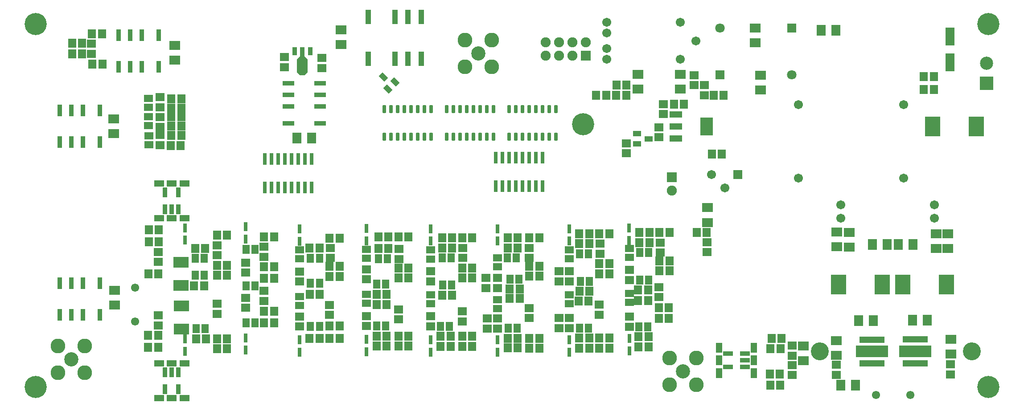
<source format=gts>
G04*
G04 #@! TF.GenerationSoftware,Altium Limited,Altium Designer,19.1.8 (144)*
G04*
G04 Layer_Color=8388736*
%FSLAX25Y25*%
%MOIN*%
G70*
G01*
G75*
%ADD17R,0.11430X0.07887*%
%ADD18R,0.07296X0.03792*%
%ADD19R,0.04737X0.07296*%
%ADD20R,0.03792X0.07296*%
%ADD21R,0.07296X0.04737*%
%ADD22R,0.04343X0.10642*%
G04:AMPARAMS|DCode=23|XSize=82.8mil|YSize=137.92mil|CornerRadius=0mil|HoleSize=0mil|Usage=FLASHONLY|Rotation=180.000|XOffset=0mil|YOffset=0mil|HoleType=Round|Shape=Octagon|*
%AMOCTAGOND23*
4,1,8,0.02070,-0.06896,-0.02070,-0.06896,-0.04140,-0.04826,-0.04140,0.04826,-0.02070,0.06896,0.02070,0.06896,0.04140,0.04826,0.04140,-0.04826,0.02070,-0.06896,0.0*
%
%ADD23OCTAGOND23*%

%ADD24R,0.03556X0.07887*%
%ADD25R,0.03556X0.06115*%
%ADD26R,0.07887X0.07099*%
%ADD27R,0.05524X0.06509*%
%ADD28R,0.07099X0.13202*%
%ADD29R,0.02965X0.06509*%
%ADD30R,0.24422X0.08674*%
%ADD31R,0.18910X0.04737*%
%ADD32R,0.07099X0.07887*%
%ADD33R,0.11430X0.14973*%
%ADD34R,0.05918X0.06706*%
G04:AMPARAMS|DCode=35|XSize=29.65mil|YSize=57.21mil|CornerRadius=5.95mil|HoleSize=0mil|Usage=FLASHONLY|Rotation=180.000|XOffset=0mil|YOffset=0mil|HoleType=Round|Shape=RoundedRectangle|*
%AMROUNDEDRECTD35*
21,1,0.02965,0.04532,0,0,180.0*
21,1,0.01776,0.05721,0,0,180.0*
1,1,0.01190,-0.00888,0.02266*
1,1,0.01190,0.00888,0.02266*
1,1,0.01190,0.00888,-0.02266*
1,1,0.01190,-0.00888,-0.02266*
%
%ADD35ROUNDEDRECTD35*%
%ADD36R,0.03162X0.08674*%
%ADD37R,0.09265X0.04540*%
%ADD38R,0.09265X0.13595*%
G04:AMPARAMS|DCode=39|XSize=41.47mil|YSize=59.18mil|CornerRadius=0mil|HoleSize=0mil|Usage=FLASHONLY|Rotation=45.000|XOffset=0mil|YOffset=0mil|HoleType=Round|Shape=Rectangle|*
%AMROTATEDRECTD39*
4,1,4,0.00626,-0.03558,-0.03558,0.00626,-0.00626,0.03558,0.03558,-0.00626,0.00626,-0.03558,0.0*
%
%ADD39ROTATEDRECTD39*%

%ADD40R,0.05918X0.04147*%
%ADD41R,0.03556X0.08674*%
%ADD42R,0.08674X0.03556*%
%ADD43R,0.06706X0.05918*%
%ADD44R,0.06509X0.05524*%
%ADD45C,0.06706*%
%ADD46C,0.11036*%
%ADD47C,0.10642*%
%ADD48C,0.06115*%
%ADD49R,0.09855X0.09855*%
%ADD50C,0.09855*%
%ADD51R,0.07493X0.07493*%
%ADD52C,0.07493*%
%ADD53R,0.06706X0.06706*%
%ADD54C,0.07099*%
%ADD55R,0.07099X0.07099*%
%ADD56R,0.07493X0.07493*%
%ADD57C,0.13398*%
%ADD58C,0.16548*%
D17*
X120500Y-211161D02*
D03*
Y-193839D02*
D03*
X121000Y-243823D02*
D03*
Y-226500D02*
D03*
D18*
X542191Y-262381D02*
D03*
X529671D02*
D03*
Y-272381D02*
D03*
X542191D02*
D03*
Y-267381D02*
D03*
D19*
X522939Y-276830D02*
D03*
Y-267381D02*
D03*
Y-257932D02*
D03*
X548923D02*
D03*
Y-267381D02*
D03*
Y-276830D02*
D03*
D20*
X108750Y-276363D02*
D03*
Y-288883D02*
D03*
X118750D02*
D03*
Y-276363D02*
D03*
X113750D02*
D03*
Y-154197D02*
D03*
X108750D02*
D03*
Y-141677D02*
D03*
X118750D02*
D03*
Y-154197D02*
D03*
D21*
X123199Y-295615D02*
D03*
X113750D02*
D03*
X104301D02*
D03*
Y-269631D02*
D03*
X113750D02*
D03*
X123199D02*
D03*
X104301Y-160929D02*
D03*
X113750D02*
D03*
X123199D02*
D03*
Y-134945D02*
D03*
X113750D02*
D03*
X104301D02*
D03*
D22*
X260765Y-41787D02*
D03*
X280765D02*
D03*
X290253D02*
D03*
X300253D02*
D03*
Y-10291D02*
D03*
X290253D02*
D03*
X280765D02*
D03*
X260765D02*
D03*
D23*
X211405Y-46925D02*
D03*
D24*
X211405Y-36886D02*
D03*
D25*
X217311Y-36000D02*
D03*
X205500D02*
D03*
D26*
X514140Y-164166D02*
D03*
Y-153143D02*
D03*
X70247Y-86565D02*
D03*
Y-97588D02*
D03*
X696324Y-262762D02*
D03*
Y-251738D02*
D03*
X462408Y-64273D02*
D03*
Y-53250D02*
D03*
X549957Y-18728D02*
D03*
Y-29752D02*
D03*
X586000Y-267512D02*
D03*
Y-256488D02*
D03*
X610500Y-252488D02*
D03*
Y-263512D02*
D03*
X70937Y-226046D02*
D03*
Y-215023D02*
D03*
X693926Y-172554D02*
D03*
Y-183578D02*
D03*
X554095Y-53978D02*
D03*
Y-65002D02*
D03*
X611099Y-171442D02*
D03*
Y-182466D02*
D03*
X493907Y-53454D02*
D03*
Y-64478D02*
D03*
X115830Y-42675D02*
D03*
Y-31651D02*
D03*
X685463Y-172491D02*
D03*
Y-183514D02*
D03*
X620208Y-171684D02*
D03*
Y-182708D02*
D03*
X240252Y-20012D02*
D03*
Y-31036D02*
D03*
D27*
X470276Y-186662D02*
D03*
X463584D02*
D03*
X364719Y-190670D02*
D03*
X371411D02*
D03*
X316000Y-190689D02*
D03*
X322693D02*
D03*
X217451Y-190831D02*
D03*
X224144D02*
D03*
X131358Y-203750D02*
D03*
X138051D02*
D03*
X131432Y-191050D02*
D03*
X138125D02*
D03*
X463584Y-207287D02*
D03*
X470276D02*
D03*
X462959Y-242287D02*
D03*
X469652D02*
D03*
X366492Y-206760D02*
D03*
X373185D02*
D03*
X316364Y-211009D02*
D03*
X323057D02*
D03*
X365242Y-243330D02*
D03*
X371935D02*
D03*
X314591Y-241939D02*
D03*
X321284D02*
D03*
X217451Y-209581D02*
D03*
X224144D02*
D03*
X217451Y-242081D02*
D03*
X224144D02*
D03*
X132057Y-243750D02*
D03*
X138750D02*
D03*
X418576Y-187565D02*
D03*
X425269D02*
D03*
X268151Y-191264D02*
D03*
X274844D02*
D03*
X419201Y-208190D02*
D03*
X425894D02*
D03*
X418576Y-243190D02*
D03*
X425269D02*
D03*
X266821Y-210258D02*
D03*
X273514D02*
D03*
X266821Y-241711D02*
D03*
X273514D02*
D03*
X169194Y-184239D02*
D03*
X175887D02*
D03*
X169194Y-211739D02*
D03*
X175887D02*
D03*
X169194Y-239239D02*
D03*
X175887D02*
D03*
D28*
X695752Y-44162D02*
D03*
Y-24870D02*
D03*
D29*
X410894Y-178142D02*
D03*
Y-168891D02*
D03*
X123750Y-260551D02*
D03*
Y-251299D02*
D03*
Y-168200D02*
D03*
Y-177452D02*
D03*
X455902Y-260338D02*
D03*
Y-251086D02*
D03*
X455500Y-168374D02*
D03*
Y-177626D02*
D03*
X410894Y-261241D02*
D03*
Y-251989D02*
D03*
X357298Y-261221D02*
D03*
Y-251969D02*
D03*
Y-168870D02*
D03*
Y-178122D02*
D03*
X307170Y-261241D02*
D03*
Y-251989D02*
D03*
Y-168890D02*
D03*
Y-178142D02*
D03*
X259401Y-261013D02*
D03*
Y-251761D02*
D03*
Y-168662D02*
D03*
Y-177914D02*
D03*
X209144Y-261382D02*
D03*
Y-252130D02*
D03*
Y-169032D02*
D03*
Y-178284D02*
D03*
X169012Y-259790D02*
D03*
Y-250539D02*
D03*
Y-167440D02*
D03*
Y-176692D02*
D03*
D30*
X637211Y-260798D02*
D03*
X669592Y-260641D02*
D03*
D31*
X637211Y-269657D02*
D03*
Y-251940D02*
D03*
X669592Y-251783D02*
D03*
Y-269500D02*
D03*
D32*
X613988Y-286000D02*
D03*
X625012D02*
D03*
X627189Y-237681D02*
D03*
X638213D02*
D03*
X637551Y-180753D02*
D03*
X648574D02*
D03*
X667685Y-237187D02*
D03*
X678709D02*
D03*
X599184Y-20264D02*
D03*
X610207D02*
D03*
X207167Y-100815D02*
D03*
X218191D02*
D03*
X668074Y-180699D02*
D03*
X657050D02*
D03*
D33*
X612450Y-210613D02*
D03*
X645127D02*
D03*
X682616Y-92444D02*
D03*
X715293D02*
D03*
X693104Y-210594D02*
D03*
X660427D02*
D03*
D34*
X496740Y-75500D02*
D03*
X489260D02*
D03*
X147520Y-196250D02*
D03*
X155000D02*
D03*
X266971Y-225500D02*
D03*
X274452D02*
D03*
X513740Y-171500D02*
D03*
X506260D02*
D03*
X46712Y-38072D02*
D03*
X39232D02*
D03*
X46672Y-29978D02*
D03*
X39191D02*
D03*
X147520Y-173750D02*
D03*
X155000D02*
D03*
X268170Y-183587D02*
D03*
X275651D02*
D03*
X266971Y-218000D02*
D03*
X274452D02*
D03*
X266920Y-249211D02*
D03*
X274401D02*
D03*
X283171Y-174836D02*
D03*
X290651D02*
D03*
X182782Y-174864D02*
D03*
X190262D02*
D03*
X526469Y-68987D02*
D03*
X518989D02*
D03*
X524974Y-112890D02*
D03*
X517494D02*
D03*
X433414Y-172565D02*
D03*
X440894D02*
D03*
X463421Y-171662D02*
D03*
X470902D02*
D03*
X462796Y-257287D02*
D03*
X470276D02*
D03*
X462471Y-222500D02*
D03*
X469952D02*
D03*
X462796Y-249787D02*
D03*
X470276D02*
D03*
X477974Y-227975D02*
D03*
X485454D02*
D03*
X478421Y-192912D02*
D03*
X485902D02*
D03*
X418414Y-250690D02*
D03*
X425894D02*
D03*
X433414D02*
D03*
X440894D02*
D03*
X433414Y-258190D02*
D03*
X440894D02*
D03*
X433414Y-195065D02*
D03*
X440894D02*
D03*
X364818Y-257966D02*
D03*
X372298D02*
D03*
X366471Y-221000D02*
D03*
X373952D02*
D03*
X364818Y-250830D02*
D03*
X372298D02*
D03*
X314689Y-256939D02*
D03*
X322170D02*
D03*
X315920Y-218509D02*
D03*
X323400D02*
D03*
X330939Y-256939D02*
D03*
X338420D02*
D03*
X330939Y-198189D02*
D03*
X338420D02*
D03*
X283171Y-256711D02*
D03*
X290651D02*
D03*
X283171Y-198223D02*
D03*
X290651D02*
D03*
X216663Y-250831D02*
D03*
X224144D02*
D03*
X216971Y-218000D02*
D03*
X224452D02*
D03*
X182782Y-230489D02*
D03*
X190262D02*
D03*
X182782Y-197364D02*
D03*
X190262D02*
D03*
X112971Y-106500D02*
D03*
X120452D02*
D03*
X113471Y-78500D02*
D03*
X120952D02*
D03*
X113471Y-71500D02*
D03*
X120952D02*
D03*
X104029Y-169500D02*
D03*
X96548D02*
D03*
X103529Y-257500D02*
D03*
X96048D02*
D03*
X131895Y-251250D02*
D03*
X139375D02*
D03*
X683529Y-55000D02*
D03*
X676048D02*
D03*
X683529Y-64500D02*
D03*
X676048D02*
D03*
X438491Y-68901D02*
D03*
X431010D02*
D03*
X478421Y-171662D02*
D03*
X485902D02*
D03*
X463421Y-179162D02*
D03*
X470902D02*
D03*
X418414Y-180065D02*
D03*
X425894D02*
D03*
X462471Y-214500D02*
D03*
X469952D02*
D03*
X478421Y-200412D02*
D03*
X485902D02*
D03*
X418520Y-215500D02*
D03*
X426000D02*
D03*
X433414Y-202565D02*
D03*
X440894D02*
D03*
X477885Y-235830D02*
D03*
X485365D02*
D03*
X364818Y-175670D02*
D03*
X372298D02*
D03*
X364818Y-183170D02*
D03*
X372298D02*
D03*
X315939Y-175689D02*
D03*
X323420D02*
D03*
X315939Y-183189D02*
D03*
X323420D02*
D03*
X366471Y-214000D02*
D03*
X373952D02*
D03*
X330939Y-205689D02*
D03*
X338420D02*
D03*
X283171Y-205723D02*
D03*
X290651D02*
D03*
X314689Y-249439D02*
D03*
X322170D02*
D03*
X330939D02*
D03*
X338420D02*
D03*
X283171Y-249211D02*
D03*
X290651D02*
D03*
X216663Y-183331D02*
D03*
X224144D02*
D03*
X182782Y-206114D02*
D03*
X190262D02*
D03*
X182782Y-239239D02*
D03*
X190262D02*
D03*
X113471Y-92000D02*
D03*
X120952D02*
D03*
X113471Y-99000D02*
D03*
X120952D02*
D03*
X113471Y-85000D02*
D03*
X120952D02*
D03*
X104029Y-178500D02*
D03*
X96548D02*
D03*
X131270Y-183550D02*
D03*
X138750D02*
D03*
X103731Y-202500D02*
D03*
X96250D02*
D03*
X130471Y-211500D02*
D03*
X137952D02*
D03*
X103529Y-248500D02*
D03*
X96048D02*
D03*
X268170Y-174836D02*
D03*
X275651D02*
D03*
X568678Y-286021D02*
D03*
X561198D02*
D03*
X569679Y-250878D02*
D03*
X562199D02*
D03*
X561471Y-258500D02*
D03*
X568952D02*
D03*
X446048Y-69063D02*
D03*
X453528D02*
D03*
X418414Y-172565D02*
D03*
X425894D02*
D03*
X418414Y-258190D02*
D03*
X425894D02*
D03*
X417971Y-223000D02*
D03*
X425452D02*
D03*
X381068Y-250830D02*
D03*
X388548D02*
D03*
X381068Y-258330D02*
D03*
X388548D02*
D03*
X381068Y-196920D02*
D03*
X388548D02*
D03*
X266920Y-256711D02*
D03*
X274401D02*
D03*
X231663Y-250831D02*
D03*
X239144D02*
D03*
X231663Y-197081D02*
D03*
X239144D02*
D03*
X147520Y-258750D02*
D03*
X155000D02*
D03*
X147520Y-251250D02*
D03*
X155000D02*
D03*
X61865Y-45529D02*
D03*
X54385D02*
D03*
X54042Y-22920D02*
D03*
X61523D02*
D03*
X560971Y-277500D02*
D03*
X568452D02*
D03*
X453686Y-61154D02*
D03*
X446206D02*
D03*
X381068Y-175670D02*
D03*
X388548D02*
D03*
X381068Y-204420D02*
D03*
X388548D02*
D03*
X330940Y-175689D02*
D03*
X338420D02*
D03*
X231663Y-175831D02*
D03*
X239144D02*
D03*
X231663Y-204581D02*
D03*
X239144D02*
D03*
X231663Y-241717D02*
D03*
X239144D02*
D03*
X147520Y-203750D02*
D03*
X155000D02*
D03*
D35*
X365815Y-100071D02*
D03*
X370815D02*
D03*
X375815D02*
D03*
X380815D02*
D03*
X385815D02*
D03*
X390815D02*
D03*
X395815D02*
D03*
X400815D02*
D03*
X365815Y-79402D02*
D03*
X370815D02*
D03*
X375815D02*
D03*
X380815D02*
D03*
X385815D02*
D03*
X390815D02*
D03*
X395815D02*
D03*
X400815D02*
D03*
X307788D02*
D03*
X302788D02*
D03*
X297788D02*
D03*
X292788D02*
D03*
X287788D02*
D03*
X282788D02*
D03*
X277788D02*
D03*
X272788D02*
D03*
X307788Y-100071D02*
D03*
X302788D02*
D03*
X297788D02*
D03*
X292788D02*
D03*
X287788D02*
D03*
X282788D02*
D03*
X277788D02*
D03*
X272788D02*
D03*
X354263Y-79402D02*
D03*
X349263D02*
D03*
X344263D02*
D03*
X339263D02*
D03*
X334263D02*
D03*
X329263D02*
D03*
X324263D02*
D03*
X319263D02*
D03*
X354263Y-100071D02*
D03*
X349263D02*
D03*
X344263D02*
D03*
X339263D02*
D03*
X334263D02*
D03*
X329263D02*
D03*
X324263D02*
D03*
X319263D02*
D03*
D36*
X391103Y-115781D02*
D03*
X386103D02*
D03*
X381103D02*
D03*
X376103D02*
D03*
X371103D02*
D03*
X366103D02*
D03*
X361103D02*
D03*
X356103D02*
D03*
Y-137041D02*
D03*
X361103D02*
D03*
X366103D02*
D03*
X371103D02*
D03*
X376103D02*
D03*
X381103D02*
D03*
X386103D02*
D03*
X391103D02*
D03*
X218289Y-137994D02*
D03*
X213289D02*
D03*
X208289D02*
D03*
X203289D02*
D03*
X198289D02*
D03*
X193289D02*
D03*
X188289D02*
D03*
X183289D02*
D03*
Y-116734D02*
D03*
X188289D02*
D03*
X193289D02*
D03*
X198289D02*
D03*
X203289D02*
D03*
X208289D02*
D03*
X213289D02*
D03*
X218289D02*
D03*
D37*
X490645Y-83319D02*
D03*
Y-92374D02*
D03*
Y-101429D02*
D03*
D38*
X513480Y-92374D02*
D03*
D39*
X275418Y-64207D02*
D03*
X280707Y-58918D02*
D03*
X271938Y-55438D02*
D03*
D40*
X470331Y-101500D02*
D03*
X461669Y-105240D02*
D03*
X461669Y-97760D02*
D03*
D41*
X60027Y-103836D02*
D03*
X47428D02*
D03*
X38767D02*
D03*
X30106D02*
D03*
Y-80214D02*
D03*
X38767D02*
D03*
X47428D02*
D03*
X60027D02*
D03*
X60008Y-233277D02*
D03*
X47409D02*
D03*
X38748D02*
D03*
X30087D02*
D03*
Y-209655D02*
D03*
X38748D02*
D03*
X47409D02*
D03*
X60008D02*
D03*
X103837Y-47750D02*
D03*
X91239D02*
D03*
X82578D02*
D03*
X73916D02*
D03*
Y-24128D02*
D03*
X82578D02*
D03*
X91239D02*
D03*
X103837D02*
D03*
D42*
X200960Y-90055D02*
D03*
Y-77456D02*
D03*
Y-68795D02*
D03*
Y-60133D02*
D03*
X224582D02*
D03*
Y-68795D02*
D03*
Y-77456D02*
D03*
Y-90055D02*
D03*
D43*
X105000Y-70471D02*
D03*
Y-77952D02*
D03*
X433394Y-233170D02*
D03*
Y-225690D02*
D03*
X410894Y-200709D02*
D03*
Y-208190D02*
D03*
X381048Y-235650D02*
D03*
Y-228170D02*
D03*
X283606Y-191590D02*
D03*
Y-184110D02*
D03*
X357298Y-236053D02*
D03*
Y-243533D02*
D03*
X198000Y-40471D02*
D03*
Y-47952D02*
D03*
X226000Y-48529D02*
D03*
Y-41048D02*
D03*
X169012Y-220509D02*
D03*
Y-227989D02*
D03*
Y-194259D02*
D03*
Y-201739D02*
D03*
X104990Y-98760D02*
D03*
Y-106240D02*
D03*
X103750Y-193730D02*
D03*
Y-186250D02*
D03*
X695925Y-270467D02*
D03*
Y-277947D02*
D03*
X610500Y-270760D02*
D03*
Y-278240D02*
D03*
X433849Y-187545D02*
D03*
Y-180065D02*
D03*
X403394Y-200709D02*
D03*
Y-208190D02*
D03*
Y-235710D02*
D03*
Y-243190D02*
D03*
X410894Y-235710D02*
D03*
Y-243190D02*
D03*
X348548Y-205689D02*
D03*
Y-213170D02*
D03*
X357298Y-205689D02*
D03*
Y-213170D02*
D03*
X283151Y-236692D02*
D03*
Y-229211D02*
D03*
X349798Y-236053D02*
D03*
Y-243533D02*
D03*
X182762Y-189845D02*
D03*
Y-182364D02*
D03*
X259401Y-199231D02*
D03*
Y-206711D02*
D03*
Y-234231D02*
D03*
Y-241711D02*
D03*
X105000Y-85260D02*
D03*
Y-92740D02*
D03*
X103750Y-241230D02*
D03*
Y-233750D02*
D03*
X504458Y-53952D02*
D03*
Y-61432D02*
D03*
X381048Y-190650D02*
D03*
Y-183170D02*
D03*
X331375Y-190670D02*
D03*
Y-183189D02*
D03*
X232144Y-190811D02*
D03*
Y-183331D02*
D03*
X577558Y-270930D02*
D03*
Y-278410D02*
D03*
X577570Y-256407D02*
D03*
Y-263887D02*
D03*
X481331Y-83097D02*
D03*
Y-75617D02*
D03*
X477969Y-100408D02*
D03*
Y-92928D02*
D03*
X453776Y-112329D02*
D03*
Y-104849D02*
D03*
X231644Y-233311D02*
D03*
Y-225831D02*
D03*
X182762Y-222867D02*
D03*
Y-215387D02*
D03*
X147500Y-232480D02*
D03*
Y-225000D02*
D03*
X512116Y-68941D02*
D03*
Y-61461D02*
D03*
X514075Y-186352D02*
D03*
Y-178871D02*
D03*
X478952Y-186642D02*
D03*
Y-179162D02*
D03*
X478047Y-220040D02*
D03*
Y-212560D02*
D03*
X455991Y-199806D02*
D03*
Y-207287D02*
D03*
X455902Y-234806D02*
D03*
Y-242287D02*
D03*
X330920Y-238170D02*
D03*
Y-230689D02*
D03*
X307170Y-200709D02*
D03*
Y-208189D02*
D03*
Y-234459D02*
D03*
Y-241939D02*
D03*
X209144Y-200850D02*
D03*
Y-208331D02*
D03*
Y-234600D02*
D03*
Y-242081D02*
D03*
X147500Y-188730D02*
D03*
Y-181250D02*
D03*
X53798Y-37916D02*
D03*
Y-30436D02*
D03*
D44*
X410894Y-224942D02*
D03*
Y-218249D02*
D03*
Y-191192D02*
D03*
Y-184499D02*
D03*
X259401Y-224654D02*
D03*
Y-217961D02*
D03*
Y-190904D02*
D03*
Y-184211D02*
D03*
X455902Y-224039D02*
D03*
Y-217346D02*
D03*
X357298Y-228613D02*
D03*
Y-221920D02*
D03*
Y-197363D02*
D03*
Y-190670D02*
D03*
X307170Y-224882D02*
D03*
Y-218189D02*
D03*
Y-191496D02*
D03*
Y-184803D02*
D03*
X209144Y-226274D02*
D03*
Y-219581D02*
D03*
Y-191274D02*
D03*
Y-184581D02*
D03*
X96653Y-105847D02*
D03*
Y-99154D02*
D03*
X96250Y-77943D02*
D03*
Y-71250D02*
D03*
X455902Y-190289D02*
D03*
Y-183596D02*
D03*
X96250Y-91693D02*
D03*
Y-85000D02*
D03*
D45*
X614000Y-161000D02*
D03*
X684000Y-151000D02*
D03*
X614000D02*
D03*
X684000Y-161000D02*
D03*
X527247Y-138167D02*
D03*
X517404Y-128325D02*
D03*
X438843Y-41940D02*
D03*
X505772Y-28161D02*
D03*
X493961Y-41940D02*
D03*
X438843Y-14381D02*
D03*
X493961D02*
D03*
X438843Y-22255D02*
D03*
Y-34066D02*
D03*
X582209Y-131111D02*
D03*
Y-75993D02*
D03*
X660950Y-131111D02*
D03*
Y-75993D02*
D03*
D46*
X486000Y-285500D02*
D03*
X506000D02*
D03*
Y-265500D02*
D03*
X486000D02*
D03*
X28500Y-276500D02*
D03*
X48500D02*
D03*
Y-256500D02*
D03*
X28500D02*
D03*
X352857Y-47634D02*
D03*
X332857D02*
D03*
Y-27634D02*
D03*
X352857D02*
D03*
D47*
X496000Y-275500D02*
D03*
X38500Y-266500D02*
D03*
X342857Y-37634D02*
D03*
D48*
X86250Y-212866D02*
D03*
Y-238457D02*
D03*
X640346Y-293307D02*
D03*
X665936D02*
D03*
D49*
X723025Y-60011D02*
D03*
D50*
Y-45011D02*
D03*
D51*
X487571Y-130296D02*
D03*
D52*
Y-140296D02*
D03*
X423196Y-29358D02*
D03*
X413196Y-39358D02*
D03*
Y-29358D02*
D03*
X403196Y-39358D02*
D03*
Y-29358D02*
D03*
X393196Y-39358D02*
D03*
Y-29358D02*
D03*
D53*
X537089Y-128325D02*
D03*
D54*
X523573Y-18774D02*
D03*
X577378Y-53800D02*
D03*
D55*
X523573Y-53774D02*
D03*
X577378Y-18800D02*
D03*
D56*
X423196Y-39358D02*
D03*
D57*
X712000Y-260630D02*
D03*
X598425D02*
D03*
D58*
X724409Y-15748D02*
D03*
Y-287402D02*
D03*
X11811Y-15748D02*
D03*
Y-287402D02*
D03*
X421260Y-90551D02*
D03*
M02*

</source>
